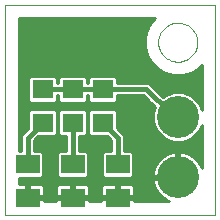
<source format=gtl>
G75*
G70*
%OFA0B0*%
%FSLAX24Y24*%
%IPPOS*%
%LPD*%
%AMOC8*
5,1,8,0,0,1.08239X$1,22.5*
%
%ADD10C,0.0000*%
%ADD11R,0.0710X0.0630*%
%ADD12C,0.1400*%
%ADD13R,0.0787X0.0630*%
%ADD14C,0.0160*%
%ADD15C,0.0100*%
D10*
X000150Y000150D02*
X000150Y007146D01*
X007145Y007146D01*
X007145Y000150D01*
X000150Y000150D01*
X005250Y005900D02*
X005252Y005950D01*
X005258Y006000D01*
X005268Y006050D01*
X005281Y006098D01*
X005298Y006146D01*
X005319Y006192D01*
X005343Y006236D01*
X005371Y006278D01*
X005402Y006318D01*
X005436Y006355D01*
X005473Y006390D01*
X005512Y006421D01*
X005553Y006450D01*
X005597Y006475D01*
X005643Y006497D01*
X005690Y006515D01*
X005738Y006529D01*
X005787Y006540D01*
X005837Y006547D01*
X005887Y006550D01*
X005938Y006549D01*
X005988Y006544D01*
X006038Y006535D01*
X006086Y006523D01*
X006134Y006506D01*
X006180Y006486D01*
X006225Y006463D01*
X006268Y006436D01*
X006308Y006406D01*
X006346Y006373D01*
X006381Y006337D01*
X006414Y006298D01*
X006443Y006257D01*
X006469Y006214D01*
X006492Y006169D01*
X006511Y006122D01*
X006526Y006074D01*
X006538Y006025D01*
X006546Y005975D01*
X006550Y005925D01*
X006550Y005875D01*
X006546Y005825D01*
X006538Y005775D01*
X006526Y005726D01*
X006511Y005678D01*
X006492Y005631D01*
X006469Y005586D01*
X006443Y005543D01*
X006414Y005502D01*
X006381Y005463D01*
X006346Y005427D01*
X006308Y005394D01*
X006268Y005364D01*
X006225Y005337D01*
X006180Y005314D01*
X006134Y005294D01*
X006086Y005277D01*
X006038Y005265D01*
X005988Y005256D01*
X005938Y005251D01*
X005887Y005250D01*
X005837Y005253D01*
X005787Y005260D01*
X005738Y005271D01*
X005690Y005285D01*
X005643Y005303D01*
X005597Y005325D01*
X005553Y005350D01*
X005512Y005379D01*
X005473Y005410D01*
X005436Y005445D01*
X005402Y005482D01*
X005371Y005522D01*
X005343Y005564D01*
X005319Y005608D01*
X005298Y005654D01*
X005281Y005702D01*
X005268Y005750D01*
X005258Y005800D01*
X005252Y005850D01*
X005250Y005900D01*
D11*
X003400Y004335D03*
X002400Y004335D03*
X001400Y004335D03*
X001400Y003215D03*
X002400Y003215D03*
X003400Y003215D03*
D12*
X005900Y003400D03*
X005900Y001400D03*
D13*
X003900Y001826D03*
X003900Y000724D03*
X002400Y000724D03*
X002400Y001826D03*
X000900Y001826D03*
X000900Y000724D03*
D14*
X000900Y001826D02*
X000900Y002715D01*
X001400Y003215D01*
X002400Y003215D02*
X002400Y001826D01*
X003400Y003215D02*
X003900Y002715D01*
X003900Y001826D01*
X005150Y004025D02*
X005900Y003400D01*
X005150Y004025D02*
X004840Y004335D01*
X003400Y004335D01*
X002400Y004335D01*
X001400Y004335D01*
D15*
X001885Y004545D02*
X001885Y004704D01*
X001809Y004780D01*
X000991Y004780D01*
X000915Y004704D01*
X000915Y003966D01*
X000991Y003890D01*
X001809Y003890D01*
X001885Y003966D01*
X001885Y004125D01*
X001915Y004125D01*
X001915Y003966D01*
X001991Y003890D01*
X002809Y003890D01*
X002885Y003966D01*
X002885Y004125D01*
X002915Y004125D01*
X002915Y003966D01*
X002991Y003890D01*
X003809Y003890D01*
X003885Y003966D01*
X003885Y004125D01*
X004753Y004125D01*
X004948Y003930D01*
X004949Y003919D01*
X005008Y003870D01*
X005063Y003815D01*
X005074Y003815D01*
X005148Y003753D01*
X005070Y003565D01*
X005070Y003235D01*
X005196Y002930D01*
X005430Y002696D01*
X005735Y002570D01*
X006065Y002570D01*
X006370Y002696D01*
X006604Y002930D01*
X006695Y003151D01*
X006695Y001702D01*
X006664Y001777D01*
X006608Y001873D01*
X006540Y001962D01*
X006462Y002040D01*
X006373Y002108D01*
X006277Y002164D01*
X006174Y002207D01*
X006066Y002235D01*
X005956Y002250D01*
X005950Y002250D01*
X005950Y001450D01*
X005850Y001450D01*
X005850Y002250D01*
X005844Y002250D01*
X005734Y002235D01*
X005626Y002207D01*
X005523Y002164D01*
X005427Y002108D01*
X005338Y002040D01*
X005260Y001962D01*
X005192Y001873D01*
X005136Y001777D01*
X005093Y001674D01*
X005065Y001566D01*
X005050Y001456D01*
X005050Y001450D01*
X005850Y001450D01*
X005850Y001350D01*
X005050Y001350D01*
X005050Y001344D01*
X005065Y001234D01*
X005093Y001126D01*
X005136Y001023D01*
X005192Y000927D01*
X005260Y000838D01*
X005338Y000760D01*
X005427Y000692D01*
X005523Y000636D01*
X005610Y000600D01*
X004444Y000600D01*
X004444Y000674D01*
X003950Y000674D01*
X003950Y000774D01*
X003850Y000774D01*
X003850Y001189D01*
X003487Y001189D01*
X003448Y001179D01*
X003414Y001159D01*
X003386Y001131D01*
X003367Y001097D01*
X003356Y001059D01*
X003356Y000774D01*
X003850Y000774D01*
X003850Y000674D01*
X003356Y000674D01*
X003356Y000600D01*
X002944Y000600D01*
X002944Y000674D01*
X002450Y000674D01*
X002450Y000774D01*
X002350Y000774D01*
X002350Y001189D01*
X001987Y001189D01*
X001948Y001179D01*
X001914Y001159D01*
X001886Y001131D01*
X001867Y001097D01*
X001856Y001059D01*
X001856Y000774D01*
X002350Y000774D01*
X002350Y000674D01*
X001856Y000674D01*
X001856Y000600D01*
X001444Y000600D01*
X001444Y000674D01*
X000950Y000674D01*
X000950Y000774D01*
X000850Y000774D01*
X000850Y001189D01*
X000600Y001189D01*
X000600Y001381D01*
X001348Y001381D01*
X001424Y001457D01*
X001424Y002195D01*
X001348Y002271D01*
X001110Y002271D01*
X001110Y002628D01*
X001252Y002770D01*
X001809Y002770D01*
X001885Y002846D01*
X001885Y003584D01*
X001809Y003660D01*
X000991Y003660D01*
X000915Y003584D01*
X000915Y003027D01*
X000813Y002925D01*
X000690Y002802D01*
X000690Y002271D01*
X000600Y002271D01*
X000600Y006696D01*
X005140Y006696D01*
X005020Y006575D01*
X004875Y006325D01*
X004800Y006045D01*
X004800Y005755D01*
X004875Y005475D01*
X005020Y005225D01*
X005225Y005020D01*
X005475Y004875D01*
X005755Y004800D01*
X006045Y004800D01*
X006325Y004875D01*
X006575Y005020D01*
X006695Y005139D01*
X006695Y003649D01*
X006604Y003870D01*
X006370Y004104D01*
X006065Y004230D01*
X005735Y004230D01*
X005430Y004104D01*
X005409Y004083D01*
X005292Y004180D01*
X004927Y004545D01*
X003885Y004545D01*
X003885Y004704D01*
X003809Y004780D01*
X002991Y004780D01*
X002915Y004704D01*
X002915Y004545D01*
X002885Y004545D01*
X002885Y004704D01*
X002809Y004780D01*
X001991Y004780D01*
X001915Y004704D01*
X001915Y004545D01*
X001885Y004545D01*
X001885Y004583D02*
X001915Y004583D01*
X001915Y004681D02*
X001885Y004681D01*
X001809Y004780D02*
X001991Y004780D01*
X001915Y004090D02*
X001885Y004090D01*
X001885Y003992D02*
X001915Y003992D01*
X001988Y003893D02*
X001812Y003893D01*
X001991Y003660D02*
X001915Y003584D01*
X001915Y002846D01*
X001991Y002770D01*
X002190Y002770D01*
X002190Y002271D01*
X001952Y002271D01*
X001876Y002195D01*
X001876Y001457D01*
X001952Y001381D01*
X002848Y001381D01*
X002924Y001457D01*
X002924Y002195D01*
X002848Y002271D01*
X002610Y002271D01*
X002610Y002770D01*
X002809Y002770D01*
X002885Y002846D01*
X002885Y003584D01*
X002809Y003660D01*
X001991Y003660D01*
X001929Y003598D02*
X001871Y003598D01*
X001885Y003499D02*
X001915Y003499D01*
X001915Y003401D02*
X001885Y003401D01*
X001885Y003302D02*
X001915Y003302D01*
X001915Y003204D02*
X001885Y003204D01*
X001885Y003105D02*
X001915Y003105D01*
X001915Y003007D02*
X001885Y003007D01*
X001885Y002908D02*
X001915Y002908D01*
X001952Y002810D02*
X001848Y002810D01*
X002190Y002711D02*
X001193Y002711D01*
X001110Y002613D02*
X002190Y002613D01*
X002190Y002514D02*
X001110Y002514D01*
X001110Y002416D02*
X002190Y002416D01*
X002190Y002317D02*
X001110Y002317D01*
X001400Y002219D02*
X001900Y002219D01*
X001876Y002120D02*
X001424Y002120D01*
X001424Y002022D02*
X001876Y002022D01*
X001876Y001923D02*
X001424Y001923D01*
X001424Y001825D02*
X001876Y001825D01*
X001876Y001726D02*
X001424Y001726D01*
X001424Y001628D02*
X001876Y001628D01*
X001876Y001529D02*
X001424Y001529D01*
X001397Y001431D02*
X001903Y001431D01*
X001890Y001135D02*
X001410Y001135D01*
X001414Y001131D02*
X001386Y001159D01*
X001352Y001179D01*
X001313Y001189D01*
X000950Y001189D01*
X000950Y000774D01*
X001444Y000774D01*
X001444Y001059D01*
X001433Y001097D01*
X001414Y001131D01*
X001444Y001037D02*
X001856Y001037D01*
X001856Y000938D02*
X001444Y000938D01*
X001444Y000840D02*
X001856Y000840D01*
X001856Y000643D02*
X001444Y000643D01*
X000950Y000741D02*
X002350Y000741D01*
X002350Y000840D02*
X002450Y000840D01*
X002450Y000774D02*
X002450Y001189D01*
X002813Y001189D01*
X002852Y001179D01*
X002886Y001159D01*
X002914Y001131D01*
X002933Y001097D01*
X002944Y001059D01*
X002944Y000774D01*
X002450Y000774D01*
X002450Y000741D02*
X003850Y000741D01*
X003850Y000840D02*
X003950Y000840D01*
X003950Y000774D02*
X003950Y001189D01*
X004313Y001189D01*
X004352Y001179D01*
X004386Y001159D01*
X004414Y001131D01*
X004433Y001097D01*
X004444Y001059D01*
X004444Y000774D01*
X003950Y000774D01*
X003950Y000741D02*
X005363Y000741D01*
X005259Y000840D02*
X004444Y000840D01*
X004444Y000938D02*
X005185Y000938D01*
X005131Y001037D02*
X004444Y001037D01*
X004410Y001135D02*
X005091Y001135D01*
X005065Y001234D02*
X000600Y001234D01*
X000600Y001332D02*
X005052Y001332D01*
X005060Y001529D02*
X004424Y001529D01*
X004424Y001457D02*
X004424Y002195D01*
X004348Y002271D01*
X004110Y002271D01*
X004110Y002802D01*
X003987Y002925D01*
X003885Y003027D01*
X003885Y003584D01*
X003809Y003660D01*
X002991Y003660D01*
X002915Y003584D01*
X002915Y002846D01*
X002991Y002770D01*
X003548Y002770D01*
X003690Y002628D01*
X003690Y002271D01*
X003452Y002271D01*
X003376Y002195D01*
X003376Y001457D01*
X003452Y001381D01*
X004348Y001381D01*
X004424Y001457D01*
X004397Y001431D02*
X005850Y001431D01*
X005850Y001529D02*
X005950Y001529D01*
X005950Y001628D02*
X005850Y001628D01*
X005850Y001726D02*
X005950Y001726D01*
X005950Y001825D02*
X005850Y001825D01*
X005850Y001923D02*
X005950Y001923D01*
X005950Y002022D02*
X005850Y002022D01*
X005850Y002120D02*
X005950Y002120D01*
X005950Y002219D02*
X005850Y002219D01*
X005671Y002219D02*
X004400Y002219D01*
X004424Y002120D02*
X005447Y002120D01*
X005319Y002022D02*
X004424Y002022D01*
X004424Y001923D02*
X005230Y001923D01*
X005164Y001825D02*
X004424Y001825D01*
X004424Y001726D02*
X005115Y001726D01*
X005081Y001628D02*
X004424Y001628D01*
X003950Y001135D02*
X003850Y001135D01*
X003850Y001037D02*
X003950Y001037D01*
X003950Y000938D02*
X003850Y000938D01*
X003390Y001135D02*
X002910Y001135D01*
X002944Y001037D02*
X003356Y001037D01*
X003356Y000938D02*
X002944Y000938D01*
X002944Y000840D02*
X003356Y000840D01*
X003356Y000643D02*
X002944Y000643D01*
X002450Y000938D02*
X002350Y000938D01*
X002350Y001037D02*
X002450Y001037D01*
X002450Y001135D02*
X002350Y001135D01*
X002897Y001431D02*
X003403Y001431D01*
X003376Y001529D02*
X002924Y001529D01*
X002924Y001628D02*
X003376Y001628D01*
X003376Y001726D02*
X002924Y001726D01*
X002924Y001825D02*
X003376Y001825D01*
X003376Y001923D02*
X002924Y001923D01*
X002924Y002022D02*
X003376Y002022D01*
X003376Y002120D02*
X002924Y002120D01*
X002900Y002219D02*
X003400Y002219D01*
X003690Y002317D02*
X002610Y002317D01*
X002610Y002416D02*
X003690Y002416D01*
X003690Y002514D02*
X002610Y002514D01*
X002610Y002613D02*
X003690Y002613D01*
X003607Y002711D02*
X002610Y002711D01*
X002848Y002810D02*
X002952Y002810D01*
X002915Y002908D02*
X002885Y002908D01*
X002885Y003007D02*
X002915Y003007D01*
X002915Y003105D02*
X002885Y003105D01*
X002885Y003204D02*
X002915Y003204D01*
X002915Y003302D02*
X002885Y003302D01*
X002885Y003401D02*
X002915Y003401D01*
X002915Y003499D02*
X002885Y003499D01*
X002871Y003598D02*
X002929Y003598D01*
X002988Y003893D02*
X002812Y003893D01*
X002885Y003992D02*
X002915Y003992D01*
X002915Y004090D02*
X002885Y004090D01*
X002885Y004583D02*
X002915Y004583D01*
X002915Y004681D02*
X002885Y004681D01*
X002809Y004780D02*
X002991Y004780D01*
X003809Y004780D02*
X006695Y004780D01*
X006695Y004878D02*
X006330Y004878D01*
X006500Y004977D02*
X006695Y004977D01*
X006695Y005075D02*
X006631Y005075D01*
X006695Y004681D02*
X003885Y004681D01*
X003885Y004583D02*
X006695Y004583D01*
X006695Y004484D02*
X004988Y004484D01*
X005086Y004386D02*
X006695Y004386D01*
X006695Y004287D02*
X005185Y004287D01*
X005283Y004189D02*
X005635Y004189D01*
X005416Y004090D02*
X005400Y004090D01*
X005099Y003795D02*
X000600Y003795D01*
X000600Y003696D02*
X005124Y003696D01*
X005083Y003598D02*
X003871Y003598D01*
X003885Y003499D02*
X005070Y003499D01*
X005070Y003401D02*
X003885Y003401D01*
X003885Y003302D02*
X005070Y003302D01*
X005083Y003204D02*
X003885Y003204D01*
X003885Y003105D02*
X005124Y003105D01*
X005165Y003007D02*
X003906Y003007D01*
X004004Y002908D02*
X005218Y002908D01*
X005317Y002810D02*
X004103Y002810D01*
X004110Y002711D02*
X005415Y002711D01*
X005632Y002613D02*
X004110Y002613D01*
X004110Y002514D02*
X006695Y002514D01*
X006695Y002416D02*
X004110Y002416D01*
X004110Y002317D02*
X006695Y002317D01*
X006695Y002219D02*
X006129Y002219D01*
X006353Y002120D02*
X006695Y002120D01*
X006695Y002022D02*
X006481Y002022D01*
X006570Y001923D02*
X006695Y001923D01*
X006695Y001825D02*
X006636Y001825D01*
X006685Y001726D02*
X006695Y001726D01*
X006695Y002613D02*
X006168Y002613D01*
X006385Y002711D02*
X006695Y002711D01*
X006695Y002810D02*
X006483Y002810D01*
X006582Y002908D02*
X006695Y002908D01*
X006695Y003007D02*
X006635Y003007D01*
X006676Y003105D02*
X006695Y003105D01*
X006676Y003696D02*
X006695Y003696D01*
X006695Y003795D02*
X006635Y003795D01*
X006581Y003893D02*
X006695Y003893D01*
X006695Y003992D02*
X006482Y003992D01*
X006384Y004090D02*
X006695Y004090D01*
X006695Y004189D02*
X006165Y004189D01*
X005470Y004878D02*
X000600Y004878D01*
X000600Y004780D02*
X000991Y004780D01*
X000915Y004681D02*
X000600Y004681D01*
X000600Y004583D02*
X000915Y004583D01*
X000915Y004484D02*
X000600Y004484D01*
X000600Y004386D02*
X000915Y004386D01*
X000915Y004287D02*
X000600Y004287D01*
X000600Y004189D02*
X000915Y004189D01*
X000915Y004090D02*
X000600Y004090D01*
X000600Y003992D02*
X000915Y003992D01*
X000988Y003893D02*
X000600Y003893D01*
X000600Y003598D02*
X000929Y003598D01*
X000915Y003499D02*
X000600Y003499D01*
X000600Y003401D02*
X000915Y003401D01*
X000915Y003302D02*
X000600Y003302D01*
X000600Y003204D02*
X000915Y003204D01*
X000915Y003105D02*
X000600Y003105D01*
X000600Y003007D02*
X000894Y003007D01*
X000796Y002908D02*
X000600Y002908D01*
X000600Y002810D02*
X000697Y002810D01*
X000690Y002711D02*
X000600Y002711D01*
X000600Y002613D02*
X000690Y002613D01*
X000690Y002514D02*
X000600Y002514D01*
X000600Y002416D02*
X000690Y002416D01*
X000690Y002317D02*
X000600Y002317D01*
X000850Y001135D02*
X000950Y001135D01*
X000950Y001037D02*
X000850Y001037D01*
X000850Y000938D02*
X000950Y000938D01*
X000950Y000840D02*
X000850Y000840D01*
X003812Y003893D02*
X004980Y003893D01*
X004887Y003992D02*
X003885Y003992D01*
X003885Y004090D02*
X004788Y004090D01*
X005300Y004977D02*
X000600Y004977D01*
X000600Y005075D02*
X005169Y005075D01*
X005071Y005174D02*
X000600Y005174D01*
X000600Y005272D02*
X004992Y005272D01*
X004936Y005371D02*
X000600Y005371D01*
X000600Y005469D02*
X004879Y005469D01*
X004850Y005568D02*
X000600Y005568D01*
X000600Y005666D02*
X004824Y005666D01*
X004800Y005765D02*
X000600Y005765D01*
X000600Y005863D02*
X004800Y005863D01*
X004800Y005962D02*
X000600Y005962D01*
X000600Y006060D02*
X004804Y006060D01*
X004830Y006159D02*
X000600Y006159D01*
X000600Y006257D02*
X004857Y006257D01*
X004893Y006356D02*
X000600Y006356D01*
X000600Y006454D02*
X004950Y006454D01*
X005007Y006553D02*
X000600Y006553D01*
X000600Y006651D02*
X005095Y006651D01*
X005512Y000643D02*
X004444Y000643D01*
M02*

</source>
